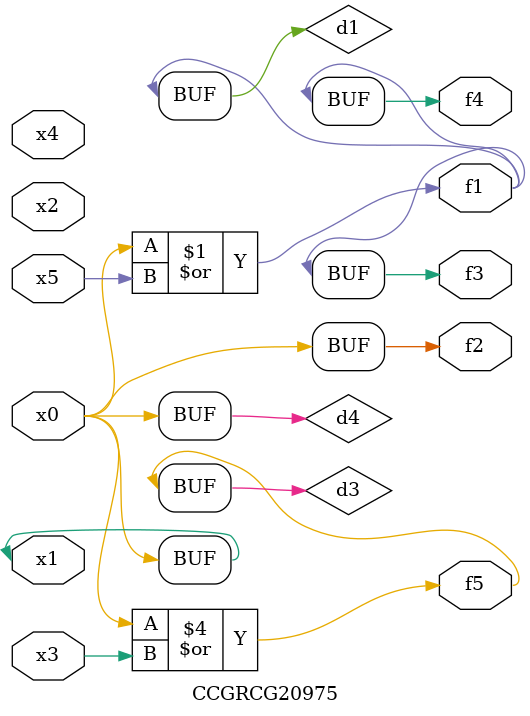
<source format=v>
module CCGRCG20975(
	input x0, x1, x2, x3, x4, x5,
	output f1, f2, f3, f4, f5
);

	wire d1, d2, d3, d4;

	or (d1, x0, x5);
	xnor (d2, x1, x4);
	or (d3, x0, x3);
	buf (d4, x0, x1);
	assign f1 = d1;
	assign f2 = d4;
	assign f3 = d1;
	assign f4 = d1;
	assign f5 = d3;
endmodule

</source>
